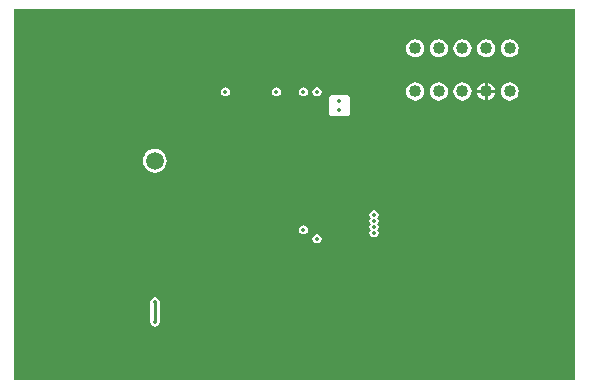
<source format=gbr>
G04*
G04 #@! TF.GenerationSoftware,Altium Limited,Altium Designer,25.8.1 (18)*
G04*
G04 Layer_Physical_Order=2*
G04 Layer_Color=36540*
%FSLAX25Y25*%
%MOIN*%
G70*
G04*
G04 #@! TF.SameCoordinates,7B14AC28-D965-4A85-B311-1C3B9A759C65*
G04*
G04*
G04 #@! TF.FilePolarity,Positive*
G04*
G01*
G75*
%ADD39C,0.01400*%
%ADD42C,0.01000*%
%ADD44C,0.04000*%
%ADD45C,0.05906*%
G36*
X303971Y375029D02*
X117029D01*
Y498471D01*
X303971D01*
Y375029D01*
D02*
G37*
%LPC*%
G36*
X282248Y488526D02*
X281465Y488423D01*
X280735Y488121D01*
X280108Y487640D01*
X279627Y487013D01*
X279325Y486283D01*
X279222Y485500D01*
X279325Y484717D01*
X279627Y483987D01*
X280108Y483360D01*
X280735Y482879D01*
X281465Y482577D01*
X282248Y482474D01*
X283031Y482577D01*
X283761Y482879D01*
X284388Y483360D01*
X284869Y483987D01*
X285171Y484717D01*
X285274Y485500D01*
X285171Y486283D01*
X284869Y487013D01*
X284388Y487640D01*
X283761Y488121D01*
X283031Y488423D01*
X282248Y488526D01*
D02*
G37*
G36*
X274374D02*
X273591Y488423D01*
X272861Y488121D01*
X272234Y487640D01*
X271754Y487013D01*
X271451Y486283D01*
X271348Y485500D01*
X271451Y484717D01*
X271754Y483987D01*
X272234Y483360D01*
X272861Y482879D01*
X273591Y482577D01*
X274374Y482474D01*
X275157Y482577D01*
X275887Y482879D01*
X276514Y483360D01*
X276994Y483987D01*
X277297Y484717D01*
X277400Y485500D01*
X277297Y486283D01*
X276994Y487013D01*
X276514Y487640D01*
X275887Y488121D01*
X275157Y488423D01*
X274374Y488526D01*
D02*
G37*
G36*
X266500D02*
X265717Y488423D01*
X264987Y488121D01*
X264360Y487640D01*
X263879Y487013D01*
X263577Y486283D01*
X263474Y485500D01*
X263577Y484717D01*
X263879Y483987D01*
X264360Y483360D01*
X264987Y482879D01*
X265717Y482577D01*
X266500Y482474D01*
X267283Y482577D01*
X268013Y482879D01*
X268640Y483360D01*
X269121Y483987D01*
X269423Y484717D01*
X269526Y485500D01*
X269423Y486283D01*
X269121Y487013D01*
X268640Y487640D01*
X268013Y488121D01*
X267283Y488423D01*
X266500Y488526D01*
D02*
G37*
G36*
X258626D02*
X257843Y488423D01*
X257113Y488121D01*
X256486Y487640D01*
X256006Y487013D01*
X255703Y486283D01*
X255600Y485500D01*
X255703Y484717D01*
X256006Y483987D01*
X256486Y483360D01*
X257113Y482879D01*
X257843Y482577D01*
X258626Y482474D01*
X259409Y482577D01*
X260139Y482879D01*
X260766Y483360D01*
X261246Y483987D01*
X261549Y484717D01*
X261652Y485500D01*
X261549Y486283D01*
X261246Y487013D01*
X260766Y487640D01*
X260139Y488121D01*
X259409Y488423D01*
X258626Y488526D01*
D02*
G37*
G36*
X250752D02*
X249969Y488423D01*
X249239Y488121D01*
X248612Y487640D01*
X248131Y487013D01*
X247829Y486283D01*
X247726Y485500D01*
X247829Y484717D01*
X248131Y483987D01*
X248612Y483360D01*
X249239Y482879D01*
X249969Y482577D01*
X250752Y482474D01*
X251535Y482577D01*
X252265Y482879D01*
X252892Y483360D01*
X253373Y483987D01*
X253675Y484717D01*
X253778Y485500D01*
X253675Y486283D01*
X253373Y487013D01*
X252892Y487640D01*
X252265Y488121D01*
X251535Y488423D01*
X250752Y488526D01*
D02*
G37*
G36*
X274874Y474080D02*
Y471620D01*
X277334D01*
X277297Y471903D01*
X276994Y472633D01*
X276514Y473260D01*
X275887Y473740D01*
X275157Y474043D01*
X274874Y474080D01*
D02*
G37*
G36*
X273874D02*
X273591Y474043D01*
X272861Y473740D01*
X272234Y473260D01*
X271754Y472633D01*
X271451Y471903D01*
X271414Y471620D01*
X273874D01*
Y474080D01*
D02*
G37*
G36*
X218000Y472529D02*
X217415Y472413D01*
X216919Y472081D01*
X216587Y471585D01*
X216471Y471000D01*
X216587Y470415D01*
X216919Y469919D01*
X217415Y469587D01*
X218000Y469471D01*
X218585Y469587D01*
X219081Y469919D01*
X219413Y470415D01*
X219529Y471000D01*
X219413Y471585D01*
X219081Y472081D01*
X218585Y472413D01*
X218000Y472529D01*
D02*
G37*
G36*
X213500D02*
X212915Y472413D01*
X212419Y472081D01*
X212087Y471585D01*
X211971Y471000D01*
X212087Y470415D01*
X212419Y469919D01*
X212915Y469587D01*
X213500Y469471D01*
X214085Y469587D01*
X214581Y469919D01*
X214913Y470415D01*
X215029Y471000D01*
X214913Y471585D01*
X214581Y472081D01*
X214085Y472413D01*
X213500Y472529D01*
D02*
G37*
G36*
X204500D02*
X203915Y472413D01*
X203419Y472081D01*
X203087Y471585D01*
X202971Y471000D01*
X203087Y470415D01*
X203419Y469919D01*
X203915Y469587D01*
X204500Y469471D01*
X205085Y469587D01*
X205581Y469919D01*
X205913Y470415D01*
X206029Y471000D01*
X205913Y471585D01*
X205581Y472081D01*
X205085Y472413D01*
X204500Y472529D01*
D02*
G37*
G36*
X187500D02*
X186915Y472413D01*
X186419Y472081D01*
X186087Y471585D01*
X185971Y471000D01*
X186087Y470415D01*
X186419Y469919D01*
X186915Y469587D01*
X187500Y469471D01*
X188085Y469587D01*
X188581Y469919D01*
X188913Y470415D01*
X189029Y471000D01*
X188913Y471585D01*
X188581Y472081D01*
X188085Y472413D01*
X187500Y472529D01*
D02*
G37*
G36*
X277334Y470620D02*
X274874D01*
Y468160D01*
X275157Y468197D01*
X275887Y468500D01*
X276514Y468980D01*
X276994Y469607D01*
X277297Y470337D01*
X277334Y470620D01*
D02*
G37*
G36*
X273874D02*
X271414D01*
X271451Y470337D01*
X271754Y469607D01*
X272234Y468980D01*
X272861Y468500D01*
X273591Y468197D01*
X273874Y468160D01*
Y470620D01*
D02*
G37*
G36*
X282248Y474146D02*
X281465Y474043D01*
X280735Y473740D01*
X280108Y473260D01*
X279627Y472633D01*
X279325Y471903D01*
X279222Y471120D01*
X279325Y470337D01*
X279627Y469607D01*
X280108Y468980D01*
X280735Y468500D01*
X281465Y468197D01*
X282248Y468094D01*
X283031Y468197D01*
X283761Y468500D01*
X284388Y468980D01*
X284869Y469607D01*
X285171Y470337D01*
X285274Y471120D01*
X285171Y471903D01*
X284869Y472633D01*
X284388Y473260D01*
X283761Y473740D01*
X283031Y474043D01*
X282248Y474146D01*
D02*
G37*
G36*
X266500D02*
X265717Y474043D01*
X264987Y473740D01*
X264360Y473260D01*
X263879Y472633D01*
X263577Y471903D01*
X263474Y471120D01*
X263577Y470337D01*
X263879Y469607D01*
X264360Y468980D01*
X264987Y468500D01*
X265717Y468197D01*
X266500Y468094D01*
X267283Y468197D01*
X268013Y468500D01*
X268640Y468980D01*
X269121Y469607D01*
X269423Y470337D01*
X269526Y471120D01*
X269423Y471903D01*
X269121Y472633D01*
X268640Y473260D01*
X268013Y473740D01*
X267283Y474043D01*
X266500Y474146D01*
D02*
G37*
G36*
X258626D02*
X257843Y474043D01*
X257113Y473740D01*
X256486Y473260D01*
X256006Y472633D01*
X255703Y471903D01*
X255600Y471120D01*
X255703Y470337D01*
X256006Y469607D01*
X256486Y468980D01*
X257113Y468500D01*
X257843Y468197D01*
X258626Y468094D01*
X259409Y468197D01*
X260139Y468500D01*
X260766Y468980D01*
X261246Y469607D01*
X261549Y470337D01*
X261652Y471120D01*
X261549Y471903D01*
X261246Y472633D01*
X260766Y473260D01*
X260139Y473740D01*
X259409Y474043D01*
X258626Y474146D01*
D02*
G37*
G36*
X250752D02*
X249969Y474043D01*
X249239Y473740D01*
X248612Y473260D01*
X248131Y472633D01*
X247829Y471903D01*
X247726Y471120D01*
X247829Y470337D01*
X248131Y469607D01*
X248612Y468980D01*
X249239Y468500D01*
X249969Y468197D01*
X250752Y468094D01*
X251535Y468197D01*
X252265Y468500D01*
X252892Y468980D01*
X253373Y469607D01*
X253675Y470337D01*
X253778Y471120D01*
X253675Y471903D01*
X253373Y472633D01*
X252892Y473260D01*
X252265Y473740D01*
X251535Y474043D01*
X250752Y474146D01*
D02*
G37*
G36*
X228000Y470020D02*
X223000D01*
X222610Y469942D01*
X222279Y469721D01*
X222058Y469390D01*
X221980Y469000D01*
Y464000D01*
X222058Y463610D01*
X222279Y463279D01*
X222610Y463058D01*
X223000Y462980D01*
X228000D01*
X228390Y463058D01*
X228721Y463279D01*
X228942Y463610D01*
X229020Y464000D01*
Y469000D01*
X228942Y469390D01*
X228721Y469721D01*
X228390Y469942D01*
X228000Y470020D01*
D02*
G37*
G36*
X164000Y451987D02*
X162968Y451851D01*
X162007Y451453D01*
X161181Y450819D01*
X160547Y449993D01*
X160149Y449032D01*
X160013Y448000D01*
X160149Y446968D01*
X160547Y446007D01*
X161181Y445181D01*
X162007Y444547D01*
X162968Y444149D01*
X164000Y444013D01*
X165032Y444149D01*
X165993Y444547D01*
X166819Y445181D01*
X167453Y446007D01*
X167851Y446968D01*
X167987Y448000D01*
X167851Y449032D01*
X167453Y449993D01*
X166819Y450819D01*
X165993Y451453D01*
X165032Y451851D01*
X164000Y451987D01*
D02*
G37*
G36*
X213500Y426529D02*
X212915Y426413D01*
X212419Y426081D01*
X212087Y425585D01*
X211971Y425000D01*
X212087Y424415D01*
X212419Y423919D01*
X212915Y423587D01*
X213500Y423471D01*
X214085Y423587D01*
X214581Y423919D01*
X214913Y424415D01*
X215029Y425000D01*
X214913Y425585D01*
X214581Y426081D01*
X214085Y426413D01*
X213500Y426529D01*
D02*
G37*
G36*
X237000Y431529D02*
X236415Y431413D01*
X235919Y431081D01*
X235587Y430585D01*
X235471Y430000D01*
X235587Y429415D01*
X235864Y429000D01*
X235587Y428585D01*
X235471Y428000D01*
X235587Y427415D01*
X235864Y427000D01*
X235587Y426585D01*
X235471Y426000D01*
X235587Y425415D01*
X235864Y425000D01*
X235587Y424585D01*
X235471Y424000D01*
X235587Y423415D01*
X235919Y422919D01*
X236415Y422587D01*
X237000Y422471D01*
X237585Y422587D01*
X238081Y422919D01*
X238413Y423415D01*
X238529Y424000D01*
X238413Y424585D01*
X238136Y425000D01*
X238413Y425415D01*
X238529Y426000D01*
X238413Y426585D01*
X238136Y427000D01*
X238413Y427415D01*
X238529Y428000D01*
X238413Y428585D01*
X238136Y429000D01*
X238413Y429415D01*
X238529Y430000D01*
X238413Y430585D01*
X238081Y431081D01*
X237585Y431413D01*
X237000Y431529D01*
D02*
G37*
G36*
X218000Y423529D02*
X217415Y423413D01*
X216919Y423081D01*
X216587Y422585D01*
X216471Y422000D01*
X216587Y421415D01*
X216919Y420919D01*
X217415Y420587D01*
X218000Y420471D01*
X218585Y420587D01*
X219081Y420919D01*
X219413Y421415D01*
X219529Y422000D01*
X219413Y422585D01*
X219081Y423081D01*
X218585Y423413D01*
X218000Y423529D01*
D02*
G37*
G36*
X164000Y402529D02*
X163415Y402413D01*
X162919Y402081D01*
X162587Y401585D01*
X162471Y401000D01*
Y394300D01*
X162587Y393715D01*
X162919Y393219D01*
X163415Y392887D01*
X164000Y392771D01*
X164585Y392887D01*
X165081Y393219D01*
X165413Y393715D01*
X165529Y394300D01*
Y401000D01*
X165413Y401585D01*
X165081Y402081D01*
X164585Y402413D01*
X164000Y402529D01*
D02*
G37*
%LPD*%
D39*
X161500Y408662D02*
D03*
X254500Y460000D02*
D03*
X285000Y422000D02*
D03*
X157500Y404000D02*
D03*
X165500Y415000D02*
D03*
X274500Y440000D02*
D03*
X205500Y477000D02*
D03*
X187000Y425000D02*
D03*
X196000D02*
D03*
X218000Y422000D02*
D03*
Y419600D02*
D03*
X221155Y437267D02*
D03*
X213444Y436556D02*
D03*
X216523Y439634D02*
D03*
X218444Y441556D02*
D03*
X218000Y471000D02*
D03*
X213500D02*
D03*
X237000Y430000D02*
D03*
Y428000D02*
D03*
Y426000D02*
D03*
Y424000D02*
D03*
X225500Y465000D02*
D03*
X209827Y471095D02*
D03*
X208194Y477806D02*
D03*
X225500Y468000D02*
D03*
X212000Y474000D02*
D03*
X213000Y486200D02*
D03*
X191000Y472500D02*
D03*
X188728Y479850D02*
D03*
X217570Y416200D02*
D03*
X202646Y474178D02*
D03*
X252500Y407000D02*
D03*
X250500D02*
D03*
X248500D02*
D03*
X246500D02*
D03*
X283000Y427000D02*
D03*
X210128Y387413D02*
D03*
X218124Y389337D02*
D03*
X219160Y397926D02*
D03*
Y401479D02*
D03*
X219012Y407402D02*
D03*
X219604Y412733D02*
D03*
X210000Y420000D02*
D03*
X210276Y415694D02*
D03*
X210720Y410068D02*
D03*
X206722Y402368D02*
D03*
X204000Y395500D02*
D03*
X196949Y388745D02*
D03*
X148678Y393928D02*
D03*
X157414Y392891D02*
D03*
X191174Y387857D02*
D03*
X186288D02*
D03*
X174500Y388500D02*
D03*
X171185Y388301D02*
D03*
X164000Y388000D02*
D03*
X156970Y388893D02*
D03*
X149714Y389189D02*
D03*
X140000Y389500D02*
D03*
X132500Y389000D02*
D03*
X221413Y446586D02*
D03*
X217500Y448000D02*
D03*
X210813Y447829D02*
D03*
X206037Y448157D02*
D03*
X197400Y447960D02*
D03*
X187846Y449007D02*
D03*
X187912Y454111D02*
D03*
X192000Y454500D02*
D03*
X199166Y454503D02*
D03*
X204728Y454307D02*
D03*
X210000Y454500D02*
D03*
X216500Y455000D02*
D03*
X221500Y455500D02*
D03*
X221000Y460000D02*
D03*
X216833Y459607D02*
D03*
X213500Y459500D02*
D03*
X209000D02*
D03*
X204500D02*
D03*
X201500D02*
D03*
X197000D02*
D03*
X193000Y460000D02*
D03*
X188500D02*
D03*
X138292Y398999D02*
D03*
X138500Y407000D02*
D03*
X139500Y416000D02*
D03*
X141500Y424500D02*
D03*
X148500Y438000D02*
D03*
X139000Y440500D02*
D03*
Y449000D02*
D03*
X149000Y449500D02*
D03*
X176500Y437500D02*
D03*
X177000Y442500D02*
D03*
X179000Y450500D02*
D03*
X178355Y457063D02*
D03*
X170000Y459500D02*
D03*
X159762Y459129D02*
D03*
X150000Y458000D02*
D03*
X139500Y457500D02*
D03*
X139989Y465990D02*
D03*
X149000Y465500D02*
D03*
X157500Y466000D02*
D03*
X169000D02*
D03*
X178500Y467000D02*
D03*
X176000Y474000D02*
D03*
X184500Y474500D02*
D03*
X167500Y474000D02*
D03*
X156073Y474106D02*
D03*
X145744Y474697D02*
D03*
X135500Y474500D02*
D03*
X135000Y481500D02*
D03*
X141000D02*
D03*
X147293Y481484D02*
D03*
X153500Y481500D02*
D03*
X159500D02*
D03*
X164500D02*
D03*
X169280Y481484D02*
D03*
X176067Y481337D02*
D03*
X180500Y481500D02*
D03*
X198649Y472354D02*
D03*
X189497Y489536D02*
D03*
X217901Y488511D02*
D03*
X211944Y489653D02*
D03*
X201500Y489500D02*
D03*
X196818Y489536D02*
D03*
X183500Y489500D02*
D03*
X174124Y489243D02*
D03*
X165500Y489000D02*
D03*
X159000Y489500D02*
D03*
X150000Y489000D02*
D03*
X139000D02*
D03*
X134500Y489500D02*
D03*
X126500Y489000D02*
D03*
Y480000D02*
D03*
X126477Y468510D02*
D03*
X127499Y461810D02*
D03*
X127953Y455337D02*
D03*
X127272Y447502D02*
D03*
X127499Y440915D02*
D03*
X126500Y432500D02*
D03*
X128000Y393000D02*
D03*
X127000Y400500D02*
D03*
X127612Y407415D02*
D03*
X127953Y413661D02*
D03*
X127000Y418500D02*
D03*
Y425500D02*
D03*
X136000Y433000D02*
D03*
X150000Y428000D02*
D03*
X154000Y425500D02*
D03*
X168500Y418500D02*
D03*
X169000Y421000D02*
D03*
Y423500D02*
D03*
X169179Y426780D02*
D03*
X169000Y429000D02*
D03*
Y431500D02*
D03*
X167000Y434000D02*
D03*
Y436500D02*
D03*
Y439000D02*
D03*
Y441500D02*
D03*
X168252Y444058D02*
D03*
X169500Y447500D02*
D03*
X168837Y450061D02*
D03*
X167080Y452453D02*
D03*
X164500Y453500D02*
D03*
X161500Y453000D02*
D03*
X159000Y450500D02*
D03*
X158500Y447500D02*
D03*
X159500Y444500D02*
D03*
X160500Y442000D02*
D03*
Y439500D02*
D03*
Y436000D02*
D03*
X160000Y433500D02*
D03*
X158500Y431000D02*
D03*
X159000Y428000D02*
D03*
Y425500D02*
D03*
X158500Y422000D02*
D03*
X159000Y419000D02*
D03*
Y416000D02*
D03*
X160005Y398717D02*
D03*
X160500Y401000D02*
D03*
X157000Y399000D02*
D03*
X158500Y407000D02*
D03*
X155500Y405000D02*
D03*
Y408000D02*
D03*
X158000Y401500D02*
D03*
X155500Y402500D02*
D03*
X167519Y408282D02*
D03*
X167129Y405549D02*
D03*
X170741Y404719D02*
D03*
X173500Y404500D02*
D03*
X177000D02*
D03*
X181500Y402500D02*
D03*
X179000Y402000D02*
D03*
X176500D02*
D03*
X173500D02*
D03*
X170500D02*
D03*
X167000D02*
D03*
Y399000D02*
D03*
X170500D02*
D03*
X173500D02*
D03*
X176500D02*
D03*
X179000D02*
D03*
X181500D02*
D03*
X183772Y400229D02*
D03*
X185188Y402621D02*
D03*
X187000Y404000D02*
D03*
X190166Y406672D02*
D03*
X186500Y406500D02*
D03*
X183500Y406000D02*
D03*
X180000Y406500D02*
D03*
X180500Y409000D02*
D03*
X184000Y409500D02*
D03*
X186500Y409000D02*
D03*
X188500Y410000D02*
D03*
X191240Y411357D02*
D03*
X193000Y412000D02*
D03*
X193500Y415000D02*
D03*
Y418000D02*
D03*
X198000Y420000D02*
D03*
X194000Y420500D02*
D03*
X196000Y421000D02*
D03*
X198000Y422000D02*
D03*
X194000Y422500D02*
D03*
X196000Y423000D02*
D03*
X198000Y424500D02*
D03*
X194000D02*
D03*
X186500Y423000D02*
D03*
X189000Y424000D02*
D03*
X184000Y425000D02*
D03*
X181500Y426500D02*
D03*
Y429000D02*
D03*
Y431000D02*
D03*
Y433000D02*
D03*
X182000Y435000D02*
D03*
X183500Y437000D02*
D03*
X188000Y440000D02*
D03*
X190000D02*
D03*
X192000D02*
D03*
X194000D02*
D03*
X196000D02*
D03*
X198000D02*
D03*
X200000D02*
D03*
X202000D02*
D03*
X204000D02*
D03*
X206000D02*
D03*
X208000D02*
D03*
X210000D02*
D03*
X211000Y438500D02*
D03*
X209000D02*
D03*
X207000D02*
D03*
X205000D02*
D03*
X203000D02*
D03*
X201000D02*
D03*
X199000D02*
D03*
X197000D02*
D03*
X195000D02*
D03*
X193000D02*
D03*
X191000D02*
D03*
X189000D02*
D03*
X185500Y438000D02*
D03*
X188000Y437000D02*
D03*
X190000D02*
D03*
X192000D02*
D03*
X194000D02*
D03*
X196000D02*
D03*
X198000D02*
D03*
X200000D02*
D03*
X202000D02*
D03*
X204000D02*
D03*
X206000D02*
D03*
X208000D02*
D03*
X210000D02*
D03*
X211000Y435500D02*
D03*
X209000D02*
D03*
X207000D02*
D03*
X205000D02*
D03*
X203000D02*
D03*
X201000D02*
D03*
X199000D02*
D03*
X197000D02*
D03*
X195000D02*
D03*
X193000D02*
D03*
X191000D02*
D03*
X189000D02*
D03*
X185500Y435000D02*
D03*
X184000Y432500D02*
D03*
Y430000D02*
D03*
Y427500D02*
D03*
X160500Y410500D02*
D03*
X146000Y404000D02*
D03*
X168000Y414500D02*
D03*
X177000Y409000D02*
D03*
X175000Y408000D02*
D03*
X171000Y414500D02*
D03*
X173000Y415500D02*
D03*
X171000Y409000D02*
D03*
X173000Y408000D02*
D03*
X225500Y472500D02*
D03*
X204500Y471000D02*
D03*
X187500D02*
D03*
X213500Y425000D02*
D03*
X164000Y401000D02*
D03*
Y394300D02*
D03*
D42*
Y401000D01*
D44*
X250752Y471120D02*
D03*
X258626D02*
D03*
X266500D02*
D03*
X274374D02*
D03*
X282248D02*
D03*
X250752Y485500D02*
D03*
X282248D02*
D03*
X274374D02*
D03*
X266500D02*
D03*
X258626D02*
D03*
D45*
X164000Y448000D02*
D03*
M02*

</source>
